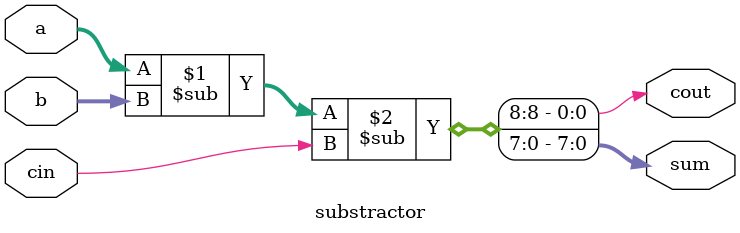
<source format=v>
module substractor(a,b,cin,cout,sum);
  parameter bit_width=8;
  output[bit_width-1:0] sum;
  output cout;
  input [bit_width-1:0] a,b;
  input cin;//carry
// 请在下面添加代码，完成n位的无符号二进制数减法器功能
/* Begin */
assign {cout,sum} = a-b-cin;
/* End */
endmodule

</source>
